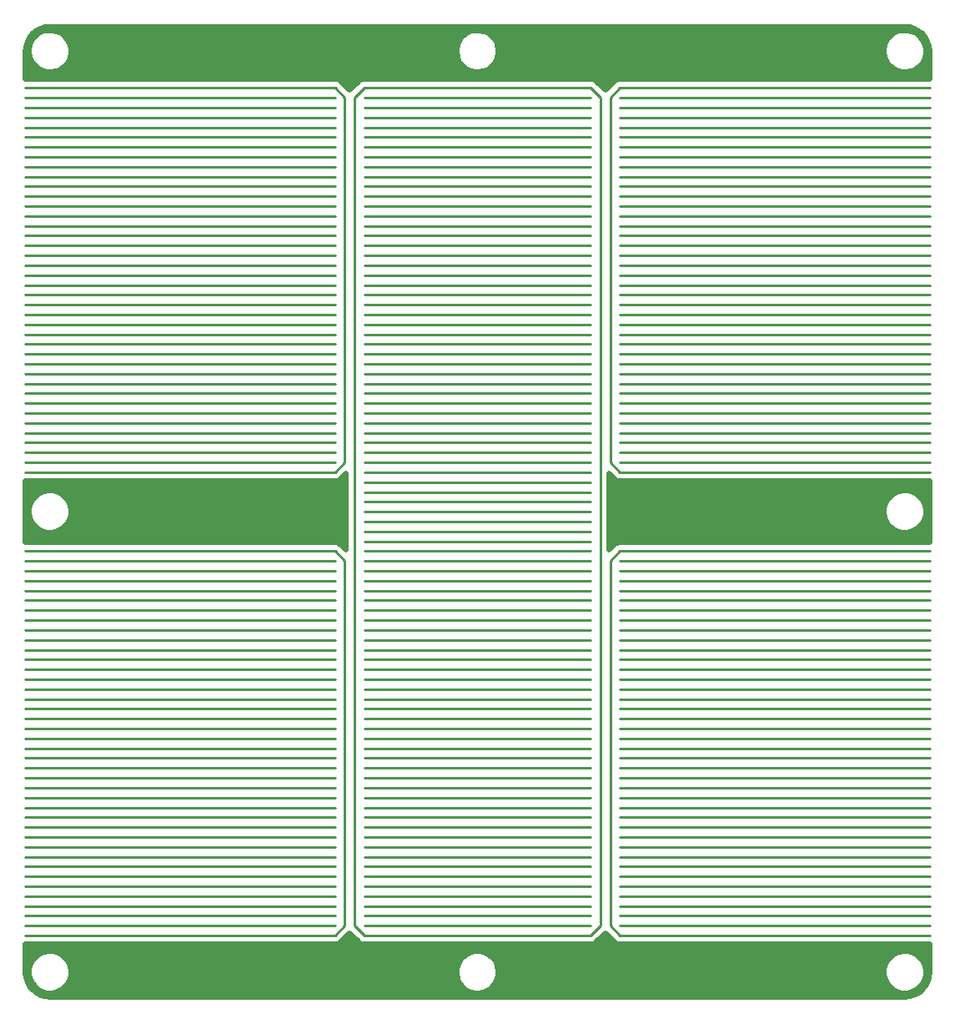
<source format=gbr>
G04 #@! TF.FileFunction,Copper,L2,Bot,Signal*
%FSLAX46Y46*%
G04 Gerber Fmt 4.6, Leading zero omitted, Abs format (unit mm)*
G04 Created by KiCad (PCBNEW 4.0.7) date Friday, July 13, 2018 'AMt' 10:56:13 AM*
%MOMM*%
%LPD*%
G01*
G04 APERTURE LIST*
%ADD10C,0.100000*%
%ADD11C,0.250000*%
%ADD12C,0.500000*%
G04 APERTURE END LIST*
D10*
D11*
X88530000Y-132000000D02*
X111470000Y-132000000D01*
X88530000Y-133000000D02*
X111470000Y-133000000D01*
X88530000Y-134000000D02*
X111470000Y-134000000D01*
X88530000Y-135000000D02*
X111470000Y-135000000D01*
X88530000Y-136000000D02*
X111470000Y-136000000D01*
X88530000Y-137000000D02*
X111470000Y-137000000D01*
X88530000Y-138000000D02*
X111470000Y-138000000D01*
X88530000Y-139000000D02*
X111470000Y-139000000D01*
X88530000Y-140000000D02*
X111470000Y-140000000D01*
X88530000Y-141000000D02*
X111470000Y-141000000D01*
X88530000Y-142000000D02*
X111470000Y-142000000D01*
X88530000Y-119000000D02*
X111470000Y-119000000D01*
X88530000Y-120000000D02*
X111470000Y-120000000D01*
X88530000Y-121000000D02*
X111470000Y-121000000D01*
X88530000Y-122000000D02*
X111470000Y-122000000D01*
X88530000Y-123000000D02*
X111470000Y-123000000D01*
X88530000Y-124000000D02*
X111470000Y-124000000D01*
X88530000Y-125000000D02*
X111470000Y-125000000D01*
X88530000Y-126000000D02*
X111470000Y-126000000D01*
X88530000Y-127000000D02*
X111470000Y-127000000D01*
X88530000Y-128000000D02*
X111470000Y-128000000D01*
X88530000Y-129000000D02*
X111470000Y-129000000D01*
X88530000Y-130000000D02*
X111470000Y-130000000D01*
X88530000Y-131000000D02*
X111470000Y-131000000D01*
X88520000Y-57000000D02*
X87520000Y-58000000D01*
X88530000Y-57000000D02*
X88520000Y-57000000D01*
X87520000Y-141990000D02*
X88530000Y-143000000D01*
X87520000Y-58000000D02*
X87520000Y-141990000D01*
X112470000Y-58000000D02*
X111470000Y-57000000D01*
X112470000Y-142000000D02*
X111470000Y-143000000D01*
X112470000Y-58000000D02*
X112470000Y-142000000D01*
X88530000Y-57000000D02*
X111470000Y-57000000D01*
X88530000Y-58000000D02*
X111470000Y-58000000D01*
X88530000Y-59000000D02*
X111470000Y-59000000D01*
X88530000Y-60000000D02*
X111470000Y-60000000D01*
X88530000Y-61000000D02*
X111470000Y-61000000D01*
X88530000Y-62000000D02*
X111470000Y-62000000D01*
X88530000Y-63000000D02*
X111470000Y-63000000D01*
X88530000Y-64000000D02*
X111470000Y-64000000D01*
X88530000Y-65000000D02*
X111470000Y-65000000D01*
X88530000Y-66000000D02*
X111470000Y-66000000D01*
X88530000Y-67000000D02*
X111470000Y-67000000D01*
X88530000Y-68000000D02*
X111470000Y-68000000D01*
X88530000Y-69000000D02*
X111470000Y-69000000D01*
X88530000Y-70000000D02*
X111470000Y-70000000D01*
X88530000Y-71000000D02*
X111470000Y-71000000D01*
X88530000Y-72000000D02*
X111470000Y-72000000D01*
X88530000Y-73000000D02*
X111470000Y-73000000D01*
X88530000Y-74000000D02*
X111470000Y-74000000D01*
X88530000Y-75000000D02*
X111470000Y-75000000D01*
X88530000Y-76000000D02*
X111470000Y-76000000D01*
X88530000Y-77000000D02*
X111470000Y-77000000D01*
X88530000Y-78000000D02*
X111470000Y-78000000D01*
X88530000Y-79000000D02*
X111470000Y-79000000D01*
X88530000Y-80000000D02*
X111470000Y-80000000D01*
X88530000Y-81000000D02*
X111470000Y-81000000D01*
X88530000Y-82000000D02*
X111470000Y-82000000D01*
X88530000Y-83000000D02*
X111470000Y-83000000D01*
X88530000Y-84000000D02*
X111470000Y-84000000D01*
X88530000Y-85000000D02*
X111470000Y-85000000D01*
X88530000Y-86000000D02*
X111470000Y-86000000D01*
X88530000Y-87000000D02*
X111470000Y-87000000D01*
X88530000Y-88000000D02*
X111470000Y-88000000D01*
X88530000Y-89000000D02*
X111470000Y-89000000D01*
X88530000Y-90000000D02*
X111470000Y-90000000D01*
X88530000Y-91000000D02*
X111470000Y-91000000D01*
X88530000Y-92000000D02*
X111470000Y-92000000D01*
X88530000Y-93000000D02*
X111470000Y-93000000D01*
X88530000Y-94000000D02*
X111470000Y-94000000D01*
X88530000Y-95000000D02*
X111470000Y-95000000D01*
X88530000Y-96000000D02*
X111470000Y-96000000D01*
X88530000Y-97000000D02*
X111470000Y-97000000D01*
X88530000Y-98000000D02*
X111470000Y-98000000D01*
X88530000Y-99000000D02*
X111470000Y-99000000D01*
X88530000Y-100000000D02*
X111470000Y-100000000D01*
X88530000Y-101000000D02*
X111470000Y-101000000D01*
X88530000Y-102000000D02*
X111470000Y-102000000D01*
X88530000Y-103000000D02*
X111470000Y-103000000D01*
X88530000Y-104000000D02*
X111470000Y-104000000D01*
X88530000Y-105000000D02*
X111470000Y-105000000D01*
X88530000Y-106000000D02*
X111470000Y-106000000D01*
X88530000Y-107000000D02*
X111470000Y-107000000D01*
X88530000Y-108000000D02*
X111470000Y-108000000D01*
X88530000Y-109000000D02*
X111470000Y-109000000D01*
X88530000Y-110000000D02*
X111470000Y-110000000D01*
X88530000Y-111000000D02*
X111470000Y-111000000D01*
X88530000Y-112000000D02*
X111470000Y-112000000D01*
X88530000Y-113000000D02*
X111470000Y-113000000D01*
X88530000Y-114000000D02*
X111470000Y-114000000D01*
X88530000Y-115000000D02*
X111470000Y-115000000D01*
X88530000Y-116000000D02*
X111470000Y-116000000D01*
X88530000Y-117000000D02*
X111470000Y-117000000D01*
X88530000Y-118000000D02*
X111470000Y-118000000D01*
X88530000Y-143000000D02*
X111470000Y-143000000D01*
X85530000Y-57000000D02*
X86530000Y-58000000D01*
X86530000Y-95000000D02*
X85530000Y-96000000D01*
X86530000Y-58000000D02*
X86530000Y-95000000D01*
X54090000Y-57000000D02*
X85530000Y-57000000D01*
X54090000Y-58000000D02*
X85530000Y-58000000D01*
X54090000Y-59000000D02*
X85530000Y-59000000D01*
X54090000Y-60000000D02*
X85530000Y-60000000D01*
X54090000Y-61000000D02*
X85530000Y-61000000D01*
X54090000Y-62000000D02*
X85530000Y-62000000D01*
X54090000Y-63000000D02*
X85530000Y-63000000D01*
X54090000Y-64000000D02*
X85530000Y-64000000D01*
X54090000Y-65000000D02*
X85530000Y-65000000D01*
X54090000Y-66000000D02*
X85530000Y-66000000D01*
X54090000Y-67000000D02*
X85530000Y-67000000D01*
X54090000Y-68000000D02*
X85530000Y-68000000D01*
X54090000Y-69000000D02*
X85530000Y-69000000D01*
X54090000Y-70000000D02*
X85530000Y-70000000D01*
X54090000Y-71000000D02*
X85530000Y-71000000D01*
X54090000Y-72000000D02*
X85530000Y-72000000D01*
X54090000Y-73000000D02*
X85530000Y-73000000D01*
X54090000Y-74000000D02*
X85530000Y-74000000D01*
X54090000Y-75000000D02*
X85530000Y-75000000D01*
X54090000Y-76000000D02*
X85530000Y-76000000D01*
X54090000Y-77000000D02*
X85530000Y-77000000D01*
X54090000Y-78000000D02*
X85530000Y-78000000D01*
X54090000Y-79000000D02*
X85530000Y-79000000D01*
X54090000Y-80000000D02*
X85530000Y-80000000D01*
X54090000Y-81000000D02*
X85530000Y-81000000D01*
X54090000Y-82000000D02*
X85530000Y-82000000D01*
X54090000Y-83000000D02*
X85530000Y-83000000D01*
X54090000Y-84000000D02*
X85530000Y-84000000D01*
X54090000Y-85000000D02*
X85530000Y-85000000D01*
X54090000Y-86000000D02*
X85530000Y-86000000D01*
X54090000Y-87000000D02*
X85530000Y-87000000D01*
X54090000Y-88000000D02*
X85530000Y-88000000D01*
X54090000Y-89000000D02*
X85530000Y-89000000D01*
X54090000Y-90000000D02*
X85530000Y-90000000D01*
X54090000Y-91000000D02*
X85530000Y-91000000D01*
X54090000Y-92000000D02*
X85530000Y-92000000D01*
X54090000Y-93000000D02*
X85530000Y-93000000D01*
X54090000Y-94000000D02*
X85530000Y-94000000D01*
X54090000Y-95000000D02*
X85530000Y-95000000D01*
X54090000Y-96000000D02*
X85530000Y-96000000D01*
X85530000Y-143000000D02*
X86530000Y-142000000D01*
X86530000Y-105000000D02*
X85530000Y-104000000D01*
X86530000Y-142000000D02*
X86530000Y-105000000D01*
X54090000Y-104000000D02*
X85530000Y-104000000D01*
X54090000Y-105000000D02*
X85530000Y-105000000D01*
X54090000Y-106000000D02*
X85530000Y-106000000D01*
X54090000Y-107000000D02*
X85530000Y-107000000D01*
X54090000Y-108000000D02*
X85530000Y-108000000D01*
X54090000Y-109000000D02*
X85530000Y-109000000D01*
X54090000Y-110000000D02*
X85530000Y-110000000D01*
X54090000Y-111000000D02*
X85530000Y-111000000D01*
X54090000Y-112000000D02*
X85530000Y-112000000D01*
X54090000Y-113000000D02*
X85530000Y-113000000D01*
X54090000Y-114000000D02*
X85530000Y-114000000D01*
X54090000Y-115000000D02*
X85530000Y-115000000D01*
X54090000Y-116000000D02*
X85530000Y-116000000D01*
X54090000Y-117000000D02*
X85530000Y-117000000D01*
X54090000Y-118000000D02*
X85530000Y-118000000D01*
X54090000Y-119000000D02*
X85530000Y-119000000D01*
X54090000Y-120000000D02*
X85530000Y-120000000D01*
X54090000Y-121000000D02*
X85530000Y-121000000D01*
X54090000Y-122000000D02*
X85530000Y-122000000D01*
X54090000Y-123000000D02*
X85530000Y-123000000D01*
X54090000Y-124000000D02*
X85530000Y-124000000D01*
X54090000Y-125000000D02*
X85530000Y-125000000D01*
X54090000Y-126000000D02*
X85530000Y-126000000D01*
X54090000Y-127000000D02*
X85530000Y-127000000D01*
X54090000Y-128000000D02*
X85530000Y-128000000D01*
X54090000Y-129000000D02*
X85530000Y-129000000D01*
X54090000Y-130000000D02*
X85530000Y-130000000D01*
X54090000Y-131000000D02*
X85530000Y-131000000D01*
X54090000Y-132000000D02*
X85530000Y-132000000D01*
X54090000Y-133000000D02*
X85530000Y-133000000D01*
X54090000Y-134000000D02*
X85530000Y-134000000D01*
X54090000Y-135000000D02*
X85530000Y-135000000D01*
X54090000Y-136000000D02*
X85530000Y-136000000D01*
X54090000Y-137000000D02*
X85530000Y-137000000D01*
X54090000Y-138000000D02*
X85530000Y-138000000D01*
X54090000Y-139000000D02*
X85530000Y-139000000D01*
X54090000Y-140000000D02*
X85530000Y-140000000D01*
X54090000Y-141000000D02*
X85530000Y-141000000D01*
X54090000Y-142000000D02*
X85530000Y-142000000D01*
X54090000Y-143000000D02*
X85530000Y-143000000D01*
X114470000Y-96000000D02*
X113470000Y-95000000D01*
X113470000Y-58000000D02*
X114470000Y-57000000D01*
X113470000Y-95000000D02*
X113470000Y-58000000D01*
X145910000Y-57000000D02*
X114470000Y-57000000D01*
X145910000Y-58000000D02*
X114470000Y-58000000D01*
X145910000Y-59000000D02*
X114470000Y-59000000D01*
X145910000Y-60000000D02*
X114470000Y-60000000D01*
X145910000Y-61000000D02*
X114470000Y-61000000D01*
X145910000Y-62000000D02*
X114470000Y-62000000D01*
X145910000Y-63000000D02*
X114470000Y-63000000D01*
X145910000Y-64000000D02*
X114470000Y-64000000D01*
X145910000Y-65000000D02*
X114470000Y-65000000D01*
X145910000Y-66000000D02*
X114470000Y-66000000D01*
X145910000Y-67000000D02*
X114470000Y-67000000D01*
X145910000Y-68000000D02*
X114470000Y-68000000D01*
X145910000Y-69000000D02*
X114470000Y-69000000D01*
X145910000Y-70000000D02*
X114470000Y-70000000D01*
X145910000Y-71000000D02*
X114470000Y-71000000D01*
X145910000Y-72000000D02*
X114470000Y-72000000D01*
X145910000Y-73000000D02*
X114470000Y-73000000D01*
X145910000Y-74000000D02*
X114470000Y-74000000D01*
X145910000Y-75000000D02*
X114470000Y-75000000D01*
X145910000Y-76000000D02*
X114470000Y-76000000D01*
X145910000Y-77000000D02*
X114470000Y-77000000D01*
X145910000Y-78000000D02*
X114470000Y-78000000D01*
X145910000Y-79000000D02*
X114470000Y-79000000D01*
X145910000Y-80000000D02*
X114470000Y-80000000D01*
X145910000Y-81000000D02*
X114470000Y-81000000D01*
X145910000Y-82000000D02*
X114470000Y-82000000D01*
X145910000Y-83000000D02*
X114470000Y-83000000D01*
X145910000Y-84000000D02*
X114470000Y-84000000D01*
X145910000Y-85000000D02*
X114470000Y-85000000D01*
X145910000Y-86000000D02*
X114470000Y-86000000D01*
X145910000Y-87000000D02*
X114470000Y-87000000D01*
X145910000Y-88000000D02*
X114470000Y-88000000D01*
X145910000Y-89000000D02*
X114470000Y-89000000D01*
X145910000Y-90000000D02*
X114470000Y-90000000D01*
X145910000Y-91000000D02*
X114470000Y-91000000D01*
X145910000Y-92000000D02*
X114470000Y-92000000D01*
X145910000Y-93000000D02*
X114470000Y-93000000D01*
X145910000Y-94000000D02*
X114470000Y-94000000D01*
X145910000Y-95000000D02*
X114470000Y-95000000D01*
X145910000Y-96000000D02*
X114470000Y-96000000D01*
X113470000Y-105000000D02*
X114470000Y-104000000D01*
X114470000Y-143000000D02*
X113470000Y-142000000D01*
X113470000Y-105000000D02*
X113470000Y-142000000D01*
X145910000Y-104000000D02*
X114470000Y-104000000D01*
X145910000Y-105000000D02*
X114470000Y-105000000D01*
X145910000Y-106000000D02*
X114470000Y-106000000D01*
X145910000Y-107000000D02*
X114470000Y-107000000D01*
X145910000Y-108000000D02*
X114470000Y-108000000D01*
X145910000Y-109000000D02*
X114470000Y-109000000D01*
X145910000Y-110000000D02*
X114470000Y-110000000D01*
X145910000Y-111000000D02*
X114470000Y-111000000D01*
X145910000Y-112000000D02*
X114470000Y-112000000D01*
X145910000Y-113000000D02*
X114470000Y-113000000D01*
X145910000Y-114000000D02*
X114470000Y-114000000D01*
X145910000Y-115000000D02*
X114470000Y-115000000D01*
X145910000Y-116000000D02*
X114470000Y-116000000D01*
X145910000Y-117000000D02*
X114470000Y-117000000D01*
X145910000Y-118000000D02*
X114470000Y-118000000D01*
X145910000Y-119000000D02*
X114470000Y-119000000D01*
X145910000Y-120000000D02*
X114470000Y-120000000D01*
X145910000Y-121000000D02*
X114470000Y-121000000D01*
X145910000Y-122000000D02*
X114470000Y-122000000D01*
X145910000Y-123000000D02*
X114470000Y-123000000D01*
X145910000Y-124000000D02*
X114470000Y-124000000D01*
X145910000Y-125000000D02*
X114470000Y-125000000D01*
X145910000Y-126000000D02*
X114470000Y-126000000D01*
X145910000Y-127000000D02*
X114470000Y-127000000D01*
X145910000Y-128000000D02*
X114470000Y-128000000D01*
X145910000Y-129000000D02*
X114470000Y-129000000D01*
X145910000Y-130000000D02*
X114470000Y-130000000D01*
X145910000Y-131000000D02*
X114470000Y-131000000D01*
X145910000Y-132000000D02*
X114470000Y-132000000D01*
X145910000Y-133000000D02*
X114470000Y-133000000D01*
X145910000Y-134000000D02*
X114470000Y-134000000D01*
X145910000Y-135000000D02*
X114470000Y-135000000D01*
X145910000Y-136000000D02*
X114470000Y-136000000D01*
X145910000Y-137000000D02*
X114470000Y-137000000D01*
X145910000Y-138000000D02*
X114470000Y-138000000D01*
X145910000Y-139000000D02*
X114470000Y-139000000D01*
X145910000Y-140000000D02*
X114470000Y-140000000D01*
X145910000Y-141000000D02*
X114470000Y-141000000D01*
X145910000Y-142000000D02*
X114470000Y-142000000D01*
X145910000Y-143000000D02*
X114470000Y-143000000D01*
D12*
G36*
X87911282Y-143618719D02*
X87973782Y-143670058D01*
X88035654Y-143721974D01*
X88039681Y-143724188D01*
X88043241Y-143727112D01*
X88114566Y-143765356D01*
X88185301Y-143804243D01*
X88189681Y-143805632D01*
X88193742Y-143807810D01*
X88271128Y-143831469D01*
X88348077Y-143855879D01*
X88352646Y-143856391D01*
X88357050Y-143857738D01*
X88437500Y-143865910D01*
X88517783Y-143874915D01*
X88526774Y-143874978D01*
X88526946Y-143874995D01*
X88527106Y-143874980D01*
X88530000Y-143875000D01*
X111470000Y-143875000D01*
X111550475Y-143867109D01*
X111630957Y-143860068D01*
X111635372Y-143858785D01*
X111639955Y-143858336D01*
X111717381Y-143834960D01*
X111794947Y-143812425D01*
X111799030Y-143810309D01*
X111803437Y-143808978D01*
X111874817Y-143771024D01*
X111946559Y-143733837D01*
X111950155Y-143730966D01*
X111954218Y-143728806D01*
X112016827Y-143677743D01*
X112080020Y-143627297D01*
X112086423Y-143620982D01*
X112086555Y-143620874D01*
X112086657Y-143620751D01*
X112088718Y-143618718D01*
X112957437Y-142750000D01*
X112982564Y-142750000D01*
X113851282Y-143618719D01*
X113913782Y-143670058D01*
X113975654Y-143721974D01*
X113979681Y-143724188D01*
X113983241Y-143727112D01*
X114054566Y-143765356D01*
X114125301Y-143804243D01*
X114129681Y-143805632D01*
X114133742Y-143807810D01*
X114211128Y-143831469D01*
X114288077Y-143855879D01*
X114292646Y-143856391D01*
X114297050Y-143857738D01*
X114377500Y-143865910D01*
X114457783Y-143874915D01*
X114466774Y-143874978D01*
X114466946Y-143874995D01*
X114467106Y-143874980D01*
X114470000Y-143875000D01*
X145910000Y-143875000D01*
X145915000Y-143874510D01*
X145915000Y-146683071D01*
X145863360Y-147209741D01*
X145721132Y-147680820D01*
X145490111Y-148115309D01*
X145179098Y-148496649D01*
X144799940Y-148810317D01*
X144367073Y-149044367D01*
X143896994Y-149189881D01*
X143372570Y-149245000D01*
X56646929Y-149245000D01*
X56120259Y-149193360D01*
X55649180Y-149051132D01*
X55214691Y-148820111D01*
X54833351Y-148509098D01*
X54519683Y-148129940D01*
X54285633Y-147697073D01*
X54140119Y-147226994D01*
X54105391Y-146896574D01*
X54507240Y-146896574D01*
X54581583Y-147301639D01*
X54733188Y-147684550D01*
X54956281Y-148030722D01*
X55242363Y-148326968D01*
X55580538Y-148562006D01*
X55957924Y-148726882D01*
X56360149Y-148815317D01*
X56771890Y-148823942D01*
X57177464Y-148752428D01*
X57561424Y-148603500D01*
X57909145Y-148382830D01*
X58207381Y-148098823D01*
X58444774Y-147762297D01*
X58612281Y-147386070D01*
X58703522Y-146984473D01*
X58704749Y-146896574D01*
X97897240Y-146896574D01*
X97971583Y-147301639D01*
X98123188Y-147684550D01*
X98346281Y-148030722D01*
X98632363Y-148326968D01*
X98970538Y-148562006D01*
X99347924Y-148726882D01*
X99750149Y-148815317D01*
X100161890Y-148823942D01*
X100567464Y-148752428D01*
X100951424Y-148603500D01*
X101299145Y-148382830D01*
X101597381Y-148098823D01*
X101834774Y-147762297D01*
X102002281Y-147386070D01*
X102093522Y-146984473D01*
X102094749Y-146896574D01*
X141287240Y-146896574D01*
X141361583Y-147301639D01*
X141513188Y-147684550D01*
X141736281Y-148030722D01*
X142022363Y-148326968D01*
X142360538Y-148562006D01*
X142737924Y-148726882D01*
X143140149Y-148815317D01*
X143551890Y-148823942D01*
X143957464Y-148752428D01*
X144341424Y-148603500D01*
X144689145Y-148382830D01*
X144987381Y-148098823D01*
X145224774Y-147762297D01*
X145392281Y-147386070D01*
X145483522Y-146984473D01*
X145490090Y-146514084D01*
X145410098Y-146110096D01*
X145253162Y-145729339D01*
X145025258Y-145386316D01*
X144735067Y-145094093D01*
X144393644Y-144863800D01*
X144013992Y-144704209D01*
X143610572Y-144621399D01*
X143198751Y-144618524D01*
X142794214Y-144695693D01*
X142412371Y-144849968D01*
X142067765Y-145075471D01*
X141773523Y-145363615D01*
X141540852Y-145703422D01*
X141378614Y-146081951D01*
X141292990Y-146484783D01*
X141287240Y-146896574D01*
X102094749Y-146896574D01*
X102100090Y-146514084D01*
X102020098Y-146110096D01*
X101863162Y-145729339D01*
X101635258Y-145386316D01*
X101345067Y-145094093D01*
X101003644Y-144863800D01*
X100623992Y-144704209D01*
X100220572Y-144621399D01*
X99808751Y-144618524D01*
X99404214Y-144695693D01*
X99022371Y-144849968D01*
X98677765Y-145075471D01*
X98383523Y-145363615D01*
X98150852Y-145703422D01*
X97988614Y-146081951D01*
X97902990Y-146484783D01*
X97897240Y-146896574D01*
X58704749Y-146896574D01*
X58710090Y-146514084D01*
X58630098Y-146110096D01*
X58473162Y-145729339D01*
X58245258Y-145386316D01*
X57955067Y-145094093D01*
X57613644Y-144863800D01*
X57233992Y-144704209D01*
X56830572Y-144621399D01*
X56418751Y-144618524D01*
X56014214Y-144695693D01*
X55632371Y-144849968D01*
X55287765Y-145075471D01*
X54993523Y-145363615D01*
X54760852Y-145703422D01*
X54598614Y-146081951D01*
X54512990Y-146484783D01*
X54507240Y-146896574D01*
X54105391Y-146896574D01*
X54085000Y-146702570D01*
X54085000Y-143874965D01*
X54090000Y-143875000D01*
X85530000Y-143875000D01*
X85610475Y-143867109D01*
X85690957Y-143860068D01*
X85695372Y-143858785D01*
X85699955Y-143858336D01*
X85777381Y-143834960D01*
X85854947Y-143812425D01*
X85859030Y-143810309D01*
X85863437Y-143808978D01*
X85934817Y-143771024D01*
X86006559Y-143733837D01*
X86010155Y-143730966D01*
X86014218Y-143728806D01*
X86076827Y-143677743D01*
X86140020Y-143627297D01*
X86146423Y-143620982D01*
X86146555Y-143620874D01*
X86146657Y-143620751D01*
X86148718Y-143618718D01*
X87017437Y-142750000D01*
X87042564Y-142750000D01*
X87911282Y-143618719D01*
X87911282Y-143618719D01*
G37*
X87911282Y-143618719D02*
X87973782Y-143670058D01*
X88035654Y-143721974D01*
X88039681Y-143724188D01*
X88043241Y-143727112D01*
X88114566Y-143765356D01*
X88185301Y-143804243D01*
X88189681Y-143805632D01*
X88193742Y-143807810D01*
X88271128Y-143831469D01*
X88348077Y-143855879D01*
X88352646Y-143856391D01*
X88357050Y-143857738D01*
X88437500Y-143865910D01*
X88517783Y-143874915D01*
X88526774Y-143874978D01*
X88526946Y-143874995D01*
X88527106Y-143874980D01*
X88530000Y-143875000D01*
X111470000Y-143875000D01*
X111550475Y-143867109D01*
X111630957Y-143860068D01*
X111635372Y-143858785D01*
X111639955Y-143858336D01*
X111717381Y-143834960D01*
X111794947Y-143812425D01*
X111799030Y-143810309D01*
X111803437Y-143808978D01*
X111874817Y-143771024D01*
X111946559Y-143733837D01*
X111950155Y-143730966D01*
X111954218Y-143728806D01*
X112016827Y-143677743D01*
X112080020Y-143627297D01*
X112086423Y-143620982D01*
X112086555Y-143620874D01*
X112086657Y-143620751D01*
X112088718Y-143618718D01*
X112957437Y-142750000D01*
X112982564Y-142750000D01*
X113851282Y-143618719D01*
X113913782Y-143670058D01*
X113975654Y-143721974D01*
X113979681Y-143724188D01*
X113983241Y-143727112D01*
X114054566Y-143765356D01*
X114125301Y-143804243D01*
X114129681Y-143805632D01*
X114133742Y-143807810D01*
X114211128Y-143831469D01*
X114288077Y-143855879D01*
X114292646Y-143856391D01*
X114297050Y-143857738D01*
X114377500Y-143865910D01*
X114457783Y-143874915D01*
X114466774Y-143874978D01*
X114466946Y-143874995D01*
X114467106Y-143874980D01*
X114470000Y-143875000D01*
X145910000Y-143875000D01*
X145915000Y-143874510D01*
X145915000Y-146683071D01*
X145863360Y-147209741D01*
X145721132Y-147680820D01*
X145490111Y-148115309D01*
X145179098Y-148496649D01*
X144799940Y-148810317D01*
X144367073Y-149044367D01*
X143896994Y-149189881D01*
X143372570Y-149245000D01*
X56646929Y-149245000D01*
X56120259Y-149193360D01*
X55649180Y-149051132D01*
X55214691Y-148820111D01*
X54833351Y-148509098D01*
X54519683Y-148129940D01*
X54285633Y-147697073D01*
X54140119Y-147226994D01*
X54105391Y-146896574D01*
X54507240Y-146896574D01*
X54581583Y-147301639D01*
X54733188Y-147684550D01*
X54956281Y-148030722D01*
X55242363Y-148326968D01*
X55580538Y-148562006D01*
X55957924Y-148726882D01*
X56360149Y-148815317D01*
X56771890Y-148823942D01*
X57177464Y-148752428D01*
X57561424Y-148603500D01*
X57909145Y-148382830D01*
X58207381Y-148098823D01*
X58444774Y-147762297D01*
X58612281Y-147386070D01*
X58703522Y-146984473D01*
X58704749Y-146896574D01*
X97897240Y-146896574D01*
X97971583Y-147301639D01*
X98123188Y-147684550D01*
X98346281Y-148030722D01*
X98632363Y-148326968D01*
X98970538Y-148562006D01*
X99347924Y-148726882D01*
X99750149Y-148815317D01*
X100161890Y-148823942D01*
X100567464Y-148752428D01*
X100951424Y-148603500D01*
X101299145Y-148382830D01*
X101597381Y-148098823D01*
X101834774Y-147762297D01*
X102002281Y-147386070D01*
X102093522Y-146984473D01*
X102094749Y-146896574D01*
X141287240Y-146896574D01*
X141361583Y-147301639D01*
X141513188Y-147684550D01*
X141736281Y-148030722D01*
X142022363Y-148326968D01*
X142360538Y-148562006D01*
X142737924Y-148726882D01*
X143140149Y-148815317D01*
X143551890Y-148823942D01*
X143957464Y-148752428D01*
X144341424Y-148603500D01*
X144689145Y-148382830D01*
X144987381Y-148098823D01*
X145224774Y-147762297D01*
X145392281Y-147386070D01*
X145483522Y-146984473D01*
X145490090Y-146514084D01*
X145410098Y-146110096D01*
X145253162Y-145729339D01*
X145025258Y-145386316D01*
X144735067Y-145094093D01*
X144393644Y-144863800D01*
X144013992Y-144704209D01*
X143610572Y-144621399D01*
X143198751Y-144618524D01*
X142794214Y-144695693D01*
X142412371Y-144849968D01*
X142067765Y-145075471D01*
X141773523Y-145363615D01*
X141540852Y-145703422D01*
X141378614Y-146081951D01*
X141292990Y-146484783D01*
X141287240Y-146896574D01*
X102094749Y-146896574D01*
X102100090Y-146514084D01*
X102020098Y-146110096D01*
X101863162Y-145729339D01*
X101635258Y-145386316D01*
X101345067Y-145094093D01*
X101003644Y-144863800D01*
X100623992Y-144704209D01*
X100220572Y-144621399D01*
X99808751Y-144618524D01*
X99404214Y-144695693D01*
X99022371Y-144849968D01*
X98677765Y-145075471D01*
X98383523Y-145363615D01*
X98150852Y-145703422D01*
X97988614Y-146081951D01*
X97902990Y-146484783D01*
X97897240Y-146896574D01*
X58704749Y-146896574D01*
X58710090Y-146514084D01*
X58630098Y-146110096D01*
X58473162Y-145729339D01*
X58245258Y-145386316D01*
X57955067Y-145094093D01*
X57613644Y-144863800D01*
X57233992Y-144704209D01*
X56830572Y-144621399D01*
X56418751Y-144618524D01*
X56014214Y-144695693D01*
X55632371Y-144849968D01*
X55287765Y-145075471D01*
X54993523Y-145363615D01*
X54760852Y-145703422D01*
X54598614Y-146081951D01*
X54512990Y-146484783D01*
X54507240Y-146896574D01*
X54105391Y-146896574D01*
X54085000Y-146702570D01*
X54085000Y-143874965D01*
X54090000Y-143875000D01*
X85530000Y-143875000D01*
X85610475Y-143867109D01*
X85690957Y-143860068D01*
X85695372Y-143858785D01*
X85699955Y-143858336D01*
X85777381Y-143834960D01*
X85854947Y-143812425D01*
X85859030Y-143810309D01*
X85863437Y-143808978D01*
X85934817Y-143771024D01*
X86006559Y-143733837D01*
X86010155Y-143730966D01*
X86014218Y-143728806D01*
X86076827Y-143677743D01*
X86140020Y-143627297D01*
X86146423Y-143620982D01*
X86146555Y-143620874D01*
X86146657Y-143620751D01*
X86148718Y-143618718D01*
X87017437Y-142750000D01*
X87042564Y-142750000D01*
X87911282Y-143618719D01*
G36*
X113851282Y-96618719D02*
X113913782Y-96670058D01*
X113975654Y-96721974D01*
X113979681Y-96724188D01*
X113983241Y-96727112D01*
X114054566Y-96765356D01*
X114125301Y-96804243D01*
X114129681Y-96805632D01*
X114133742Y-96807810D01*
X114211128Y-96831469D01*
X114288077Y-96855879D01*
X114292646Y-96856391D01*
X114297050Y-96857738D01*
X114377500Y-96865910D01*
X114457783Y-96874915D01*
X114466774Y-96874978D01*
X114466946Y-96874995D01*
X114467106Y-96874980D01*
X114470000Y-96875000D01*
X145910000Y-96875000D01*
X145915000Y-96874510D01*
X145915000Y-103125035D01*
X145910000Y-103125000D01*
X114470000Y-103125000D01*
X114389521Y-103132891D01*
X114309043Y-103139932D01*
X114304628Y-103141215D01*
X114300045Y-103141664D01*
X114222605Y-103165044D01*
X114145054Y-103187575D01*
X114140972Y-103189691D01*
X114136563Y-103191022D01*
X114065165Y-103228985D01*
X113993441Y-103266163D01*
X113989845Y-103269034D01*
X113985782Y-103271194D01*
X113923148Y-103322277D01*
X113859981Y-103372703D01*
X113853575Y-103379020D01*
X113853445Y-103379126D01*
X113853346Y-103379246D01*
X113851282Y-103381281D01*
X113345000Y-103887564D01*
X113345000Y-100176574D01*
X141287240Y-100176574D01*
X141361583Y-100581639D01*
X141513188Y-100964550D01*
X141736281Y-101310722D01*
X142022363Y-101606968D01*
X142360538Y-101842006D01*
X142737924Y-102006882D01*
X143140149Y-102095317D01*
X143551890Y-102103942D01*
X143957464Y-102032428D01*
X144341424Y-101883500D01*
X144689145Y-101662830D01*
X144987381Y-101378823D01*
X145224774Y-101042297D01*
X145392281Y-100666070D01*
X145483522Y-100264473D01*
X145490090Y-99794084D01*
X145410098Y-99390096D01*
X145253162Y-99009339D01*
X145025258Y-98666316D01*
X144735067Y-98374093D01*
X144393644Y-98143800D01*
X144013992Y-97984209D01*
X143610572Y-97901399D01*
X143198751Y-97898524D01*
X142794214Y-97975693D01*
X142412371Y-98129968D01*
X142067765Y-98355471D01*
X141773523Y-98643615D01*
X141540852Y-98983422D01*
X141378614Y-99361951D01*
X141292990Y-99764783D01*
X141287240Y-100176574D01*
X113345000Y-100176574D01*
X113345000Y-96112436D01*
X113851282Y-96618719D01*
X113851282Y-96618719D01*
G37*
X113851282Y-96618719D02*
X113913782Y-96670058D01*
X113975654Y-96721974D01*
X113979681Y-96724188D01*
X113983241Y-96727112D01*
X114054566Y-96765356D01*
X114125301Y-96804243D01*
X114129681Y-96805632D01*
X114133742Y-96807810D01*
X114211128Y-96831469D01*
X114288077Y-96855879D01*
X114292646Y-96856391D01*
X114297050Y-96857738D01*
X114377500Y-96865910D01*
X114457783Y-96874915D01*
X114466774Y-96874978D01*
X114466946Y-96874995D01*
X114467106Y-96874980D01*
X114470000Y-96875000D01*
X145910000Y-96875000D01*
X145915000Y-96874510D01*
X145915000Y-103125035D01*
X145910000Y-103125000D01*
X114470000Y-103125000D01*
X114389521Y-103132891D01*
X114309043Y-103139932D01*
X114304628Y-103141215D01*
X114300045Y-103141664D01*
X114222605Y-103165044D01*
X114145054Y-103187575D01*
X114140972Y-103189691D01*
X114136563Y-103191022D01*
X114065165Y-103228985D01*
X113993441Y-103266163D01*
X113989845Y-103269034D01*
X113985782Y-103271194D01*
X113923148Y-103322277D01*
X113859981Y-103372703D01*
X113853575Y-103379020D01*
X113853445Y-103379126D01*
X113853346Y-103379246D01*
X113851282Y-103381281D01*
X113345000Y-103887564D01*
X113345000Y-100176574D01*
X141287240Y-100176574D01*
X141361583Y-100581639D01*
X141513188Y-100964550D01*
X141736281Y-101310722D01*
X142022363Y-101606968D01*
X142360538Y-101842006D01*
X142737924Y-102006882D01*
X143140149Y-102095317D01*
X143551890Y-102103942D01*
X143957464Y-102032428D01*
X144341424Y-101883500D01*
X144689145Y-101662830D01*
X144987381Y-101378823D01*
X145224774Y-101042297D01*
X145392281Y-100666070D01*
X145483522Y-100264473D01*
X145490090Y-99794084D01*
X145410098Y-99390096D01*
X145253162Y-99009339D01*
X145025258Y-98666316D01*
X144735067Y-98374093D01*
X144393644Y-98143800D01*
X144013992Y-97984209D01*
X143610572Y-97901399D01*
X143198751Y-97898524D01*
X142794214Y-97975693D01*
X142412371Y-98129968D01*
X142067765Y-98355471D01*
X141773523Y-98643615D01*
X141540852Y-98983422D01*
X141378614Y-99361951D01*
X141292990Y-99764783D01*
X141287240Y-100176574D01*
X113345000Y-100176574D01*
X113345000Y-96112436D01*
X113851282Y-96618719D01*
G36*
X86645000Y-103877564D02*
X86148718Y-103381282D01*
X86086248Y-103329967D01*
X86024346Y-103278026D01*
X86020319Y-103275812D01*
X86016759Y-103272888D01*
X85945469Y-103234663D01*
X85874699Y-103195757D01*
X85870315Y-103194366D01*
X85866258Y-103192191D01*
X85788959Y-103168558D01*
X85711923Y-103144121D01*
X85707349Y-103143608D01*
X85702950Y-103142263D01*
X85622594Y-103134101D01*
X85542217Y-103125085D01*
X85533215Y-103125022D01*
X85533054Y-103125006D01*
X85532904Y-103125020D01*
X85530000Y-103125000D01*
X54090000Y-103125000D01*
X54085000Y-103125490D01*
X54085000Y-100176574D01*
X54507240Y-100176574D01*
X54581583Y-100581639D01*
X54733188Y-100964550D01*
X54956281Y-101310722D01*
X55242363Y-101606968D01*
X55580538Y-101842006D01*
X55957924Y-102006882D01*
X56360149Y-102095317D01*
X56771890Y-102103942D01*
X57177464Y-102032428D01*
X57561424Y-101883500D01*
X57909145Y-101662830D01*
X58207381Y-101378823D01*
X58444774Y-101042297D01*
X58612281Y-100666070D01*
X58703522Y-100264473D01*
X58710090Y-99794084D01*
X58630098Y-99390096D01*
X58473162Y-99009339D01*
X58245258Y-98666316D01*
X57955067Y-98374093D01*
X57613644Y-98143800D01*
X57233992Y-97984209D01*
X56830572Y-97901399D01*
X56418751Y-97898524D01*
X56014214Y-97975693D01*
X55632371Y-98129968D01*
X55287765Y-98355471D01*
X54993523Y-98643615D01*
X54760852Y-98983422D01*
X54598614Y-99361951D01*
X54512990Y-99764783D01*
X54507240Y-100176574D01*
X54085000Y-100176574D01*
X54085000Y-96874965D01*
X54090000Y-96875000D01*
X85530000Y-96875000D01*
X85610475Y-96867109D01*
X85690957Y-96860068D01*
X85695372Y-96858785D01*
X85699955Y-96858336D01*
X85777381Y-96834960D01*
X85854947Y-96812425D01*
X85859030Y-96810309D01*
X85863437Y-96808978D01*
X85934817Y-96771024D01*
X86006559Y-96733837D01*
X86010155Y-96730966D01*
X86014218Y-96728806D01*
X86076827Y-96677743D01*
X86140020Y-96627297D01*
X86146423Y-96620982D01*
X86146555Y-96620874D01*
X86146657Y-96620751D01*
X86148718Y-96618718D01*
X86645000Y-96122436D01*
X86645000Y-103877564D01*
X86645000Y-103877564D01*
G37*
X86645000Y-103877564D02*
X86148718Y-103381282D01*
X86086248Y-103329967D01*
X86024346Y-103278026D01*
X86020319Y-103275812D01*
X86016759Y-103272888D01*
X85945469Y-103234663D01*
X85874699Y-103195757D01*
X85870315Y-103194366D01*
X85866258Y-103192191D01*
X85788959Y-103168558D01*
X85711923Y-103144121D01*
X85707349Y-103143608D01*
X85702950Y-103142263D01*
X85622594Y-103134101D01*
X85542217Y-103125085D01*
X85533215Y-103125022D01*
X85533054Y-103125006D01*
X85532904Y-103125020D01*
X85530000Y-103125000D01*
X54090000Y-103125000D01*
X54085000Y-103125490D01*
X54085000Y-100176574D01*
X54507240Y-100176574D01*
X54581583Y-100581639D01*
X54733188Y-100964550D01*
X54956281Y-101310722D01*
X55242363Y-101606968D01*
X55580538Y-101842006D01*
X55957924Y-102006882D01*
X56360149Y-102095317D01*
X56771890Y-102103942D01*
X57177464Y-102032428D01*
X57561424Y-101883500D01*
X57909145Y-101662830D01*
X58207381Y-101378823D01*
X58444774Y-101042297D01*
X58612281Y-100666070D01*
X58703522Y-100264473D01*
X58710090Y-99794084D01*
X58630098Y-99390096D01*
X58473162Y-99009339D01*
X58245258Y-98666316D01*
X57955067Y-98374093D01*
X57613644Y-98143800D01*
X57233992Y-97984209D01*
X56830572Y-97901399D01*
X56418751Y-97898524D01*
X56014214Y-97975693D01*
X55632371Y-98129968D01*
X55287765Y-98355471D01*
X54993523Y-98643615D01*
X54760852Y-98983422D01*
X54598614Y-99361951D01*
X54512990Y-99764783D01*
X54507240Y-100176574D01*
X54085000Y-100176574D01*
X54085000Y-96874965D01*
X54090000Y-96875000D01*
X85530000Y-96875000D01*
X85610475Y-96867109D01*
X85690957Y-96860068D01*
X85695372Y-96858785D01*
X85699955Y-96858336D01*
X85777381Y-96834960D01*
X85854947Y-96812425D01*
X85859030Y-96810309D01*
X85863437Y-96808978D01*
X85934817Y-96771024D01*
X86006559Y-96733837D01*
X86010155Y-96730966D01*
X86014218Y-96728806D01*
X86076827Y-96677743D01*
X86140020Y-96627297D01*
X86146423Y-96620982D01*
X86146555Y-96620874D01*
X86146657Y-96620751D01*
X86148718Y-96618718D01*
X86645000Y-96122436D01*
X86645000Y-103877564D01*
G36*
X143879741Y-50806640D02*
X144350824Y-50948869D01*
X144785309Y-51179888D01*
X145166651Y-51490904D01*
X145480318Y-51870062D01*
X145714367Y-52302927D01*
X145859881Y-52773006D01*
X145915000Y-53297430D01*
X145915000Y-56125035D01*
X145910000Y-56125000D01*
X114470000Y-56125000D01*
X114389521Y-56132891D01*
X114309043Y-56139932D01*
X114304628Y-56141215D01*
X114300045Y-56141664D01*
X114222605Y-56165044D01*
X114145054Y-56187575D01*
X114140972Y-56189691D01*
X114136563Y-56191022D01*
X114065165Y-56228985D01*
X113993441Y-56266163D01*
X113989845Y-56269034D01*
X113985782Y-56271194D01*
X113923148Y-56322277D01*
X113859981Y-56372703D01*
X113853575Y-56379020D01*
X113853445Y-56379126D01*
X113853346Y-56379246D01*
X113851282Y-56381281D01*
X112970000Y-57262564D01*
X112088718Y-56381282D01*
X112026248Y-56329967D01*
X111964346Y-56278026D01*
X111960319Y-56275812D01*
X111956759Y-56272888D01*
X111885469Y-56234663D01*
X111814699Y-56195757D01*
X111810315Y-56194366D01*
X111806258Y-56192191D01*
X111728959Y-56168558D01*
X111651923Y-56144121D01*
X111647349Y-56143608D01*
X111642950Y-56142263D01*
X111562594Y-56134101D01*
X111482217Y-56125085D01*
X111473215Y-56125022D01*
X111473054Y-56125006D01*
X111472904Y-56125020D01*
X111470000Y-56125000D01*
X88520000Y-56125000D01*
X88439521Y-56132891D01*
X88359043Y-56139932D01*
X88354628Y-56141215D01*
X88350045Y-56141664D01*
X88272605Y-56165044D01*
X88195054Y-56187575D01*
X88190972Y-56189691D01*
X88186563Y-56191022D01*
X88115165Y-56228985D01*
X88043441Y-56266163D01*
X88039845Y-56269034D01*
X88035782Y-56271194D01*
X87973148Y-56322277D01*
X87909981Y-56372703D01*
X87903575Y-56379020D01*
X87903445Y-56379126D01*
X87903346Y-56379246D01*
X87901282Y-56381281D01*
X87025000Y-57257564D01*
X86148718Y-56381282D01*
X86086248Y-56329967D01*
X86024346Y-56278026D01*
X86020319Y-56275812D01*
X86016759Y-56272888D01*
X85945469Y-56234663D01*
X85874699Y-56195757D01*
X85870315Y-56194366D01*
X85866258Y-56192191D01*
X85788959Y-56168558D01*
X85711923Y-56144121D01*
X85707349Y-56143608D01*
X85702950Y-56142263D01*
X85622594Y-56134101D01*
X85542217Y-56125085D01*
X85533215Y-56125022D01*
X85533054Y-56125006D01*
X85532904Y-56125020D01*
X85530000Y-56125000D01*
X54090000Y-56125000D01*
X54085000Y-56125490D01*
X54085000Y-53456574D01*
X54507240Y-53456574D01*
X54581583Y-53861639D01*
X54733188Y-54244550D01*
X54956281Y-54590722D01*
X55242363Y-54886968D01*
X55580538Y-55122006D01*
X55957924Y-55286882D01*
X56360149Y-55375317D01*
X56771890Y-55383942D01*
X57177464Y-55312428D01*
X57561424Y-55163500D01*
X57909145Y-54942830D01*
X58207381Y-54658823D01*
X58444774Y-54322297D01*
X58612281Y-53946070D01*
X58703522Y-53544473D01*
X58704749Y-53456574D01*
X97897240Y-53456574D01*
X97971583Y-53861639D01*
X98123188Y-54244550D01*
X98346281Y-54590722D01*
X98632363Y-54886968D01*
X98970538Y-55122006D01*
X99347924Y-55286882D01*
X99750149Y-55375317D01*
X100161890Y-55383942D01*
X100567464Y-55312428D01*
X100951424Y-55163500D01*
X101299145Y-54942830D01*
X101597381Y-54658823D01*
X101834774Y-54322297D01*
X102002281Y-53946070D01*
X102093522Y-53544473D01*
X102094749Y-53456574D01*
X141287240Y-53456574D01*
X141361583Y-53861639D01*
X141513188Y-54244550D01*
X141736281Y-54590722D01*
X142022363Y-54886968D01*
X142360538Y-55122006D01*
X142737924Y-55286882D01*
X143140149Y-55375317D01*
X143551890Y-55383942D01*
X143957464Y-55312428D01*
X144341424Y-55163500D01*
X144689145Y-54942830D01*
X144987381Y-54658823D01*
X145224774Y-54322297D01*
X145392281Y-53946070D01*
X145483522Y-53544473D01*
X145490090Y-53074084D01*
X145410098Y-52670096D01*
X145253162Y-52289339D01*
X145025258Y-51946316D01*
X144735067Y-51654093D01*
X144393644Y-51423800D01*
X144013992Y-51264209D01*
X143610572Y-51181399D01*
X143198751Y-51178524D01*
X142794214Y-51255693D01*
X142412371Y-51409968D01*
X142067765Y-51635471D01*
X141773523Y-51923615D01*
X141540852Y-52263422D01*
X141378614Y-52641951D01*
X141292990Y-53044783D01*
X141287240Y-53456574D01*
X102094749Y-53456574D01*
X102100090Y-53074084D01*
X102020098Y-52670096D01*
X101863162Y-52289339D01*
X101635258Y-51946316D01*
X101345067Y-51654093D01*
X101003644Y-51423800D01*
X100623992Y-51264209D01*
X100220572Y-51181399D01*
X99808751Y-51178524D01*
X99404214Y-51255693D01*
X99022371Y-51409968D01*
X98677765Y-51635471D01*
X98383523Y-51923615D01*
X98150852Y-52263422D01*
X97988614Y-52641951D01*
X97902990Y-53044783D01*
X97897240Y-53456574D01*
X58704749Y-53456574D01*
X58710090Y-53074084D01*
X58630098Y-52670096D01*
X58473162Y-52289339D01*
X58245258Y-51946316D01*
X57955067Y-51654093D01*
X57613644Y-51423800D01*
X57233992Y-51264209D01*
X56830572Y-51181399D01*
X56418751Y-51178524D01*
X56014214Y-51255693D01*
X55632371Y-51409968D01*
X55287765Y-51635471D01*
X54993523Y-51923615D01*
X54760852Y-52263422D01*
X54598614Y-52641951D01*
X54512990Y-53044783D01*
X54507240Y-53456574D01*
X54085000Y-53456574D01*
X54085000Y-53316929D01*
X54136640Y-52790259D01*
X54278869Y-52319176D01*
X54509888Y-51884691D01*
X54820904Y-51503349D01*
X55200062Y-51189682D01*
X55632927Y-50955633D01*
X56103006Y-50810119D01*
X56627430Y-50755000D01*
X143353071Y-50755000D01*
X143879741Y-50806640D01*
X143879741Y-50806640D01*
G37*
X143879741Y-50806640D02*
X144350824Y-50948869D01*
X144785309Y-51179888D01*
X145166651Y-51490904D01*
X145480318Y-51870062D01*
X145714367Y-52302927D01*
X145859881Y-52773006D01*
X145915000Y-53297430D01*
X145915000Y-56125035D01*
X145910000Y-56125000D01*
X114470000Y-56125000D01*
X114389521Y-56132891D01*
X114309043Y-56139932D01*
X114304628Y-56141215D01*
X114300045Y-56141664D01*
X114222605Y-56165044D01*
X114145054Y-56187575D01*
X114140972Y-56189691D01*
X114136563Y-56191022D01*
X114065165Y-56228985D01*
X113993441Y-56266163D01*
X113989845Y-56269034D01*
X113985782Y-56271194D01*
X113923148Y-56322277D01*
X113859981Y-56372703D01*
X113853575Y-56379020D01*
X113853445Y-56379126D01*
X113853346Y-56379246D01*
X113851282Y-56381281D01*
X112970000Y-57262564D01*
X112088718Y-56381282D01*
X112026248Y-56329967D01*
X111964346Y-56278026D01*
X111960319Y-56275812D01*
X111956759Y-56272888D01*
X111885469Y-56234663D01*
X111814699Y-56195757D01*
X111810315Y-56194366D01*
X111806258Y-56192191D01*
X111728959Y-56168558D01*
X111651923Y-56144121D01*
X111647349Y-56143608D01*
X111642950Y-56142263D01*
X111562594Y-56134101D01*
X111482217Y-56125085D01*
X111473215Y-56125022D01*
X111473054Y-56125006D01*
X111472904Y-56125020D01*
X111470000Y-56125000D01*
X88520000Y-56125000D01*
X88439521Y-56132891D01*
X88359043Y-56139932D01*
X88354628Y-56141215D01*
X88350045Y-56141664D01*
X88272605Y-56165044D01*
X88195054Y-56187575D01*
X88190972Y-56189691D01*
X88186563Y-56191022D01*
X88115165Y-56228985D01*
X88043441Y-56266163D01*
X88039845Y-56269034D01*
X88035782Y-56271194D01*
X87973148Y-56322277D01*
X87909981Y-56372703D01*
X87903575Y-56379020D01*
X87903445Y-56379126D01*
X87903346Y-56379246D01*
X87901282Y-56381281D01*
X87025000Y-57257564D01*
X86148718Y-56381282D01*
X86086248Y-56329967D01*
X86024346Y-56278026D01*
X86020319Y-56275812D01*
X86016759Y-56272888D01*
X85945469Y-56234663D01*
X85874699Y-56195757D01*
X85870315Y-56194366D01*
X85866258Y-56192191D01*
X85788959Y-56168558D01*
X85711923Y-56144121D01*
X85707349Y-56143608D01*
X85702950Y-56142263D01*
X85622594Y-56134101D01*
X85542217Y-56125085D01*
X85533215Y-56125022D01*
X85533054Y-56125006D01*
X85532904Y-56125020D01*
X85530000Y-56125000D01*
X54090000Y-56125000D01*
X54085000Y-56125490D01*
X54085000Y-53456574D01*
X54507240Y-53456574D01*
X54581583Y-53861639D01*
X54733188Y-54244550D01*
X54956281Y-54590722D01*
X55242363Y-54886968D01*
X55580538Y-55122006D01*
X55957924Y-55286882D01*
X56360149Y-55375317D01*
X56771890Y-55383942D01*
X57177464Y-55312428D01*
X57561424Y-55163500D01*
X57909145Y-54942830D01*
X58207381Y-54658823D01*
X58444774Y-54322297D01*
X58612281Y-53946070D01*
X58703522Y-53544473D01*
X58704749Y-53456574D01*
X97897240Y-53456574D01*
X97971583Y-53861639D01*
X98123188Y-54244550D01*
X98346281Y-54590722D01*
X98632363Y-54886968D01*
X98970538Y-55122006D01*
X99347924Y-55286882D01*
X99750149Y-55375317D01*
X100161890Y-55383942D01*
X100567464Y-55312428D01*
X100951424Y-55163500D01*
X101299145Y-54942830D01*
X101597381Y-54658823D01*
X101834774Y-54322297D01*
X102002281Y-53946070D01*
X102093522Y-53544473D01*
X102094749Y-53456574D01*
X141287240Y-53456574D01*
X141361583Y-53861639D01*
X141513188Y-54244550D01*
X141736281Y-54590722D01*
X142022363Y-54886968D01*
X142360538Y-55122006D01*
X142737924Y-55286882D01*
X143140149Y-55375317D01*
X143551890Y-55383942D01*
X143957464Y-55312428D01*
X144341424Y-55163500D01*
X144689145Y-54942830D01*
X144987381Y-54658823D01*
X145224774Y-54322297D01*
X145392281Y-53946070D01*
X145483522Y-53544473D01*
X145490090Y-53074084D01*
X145410098Y-52670096D01*
X145253162Y-52289339D01*
X145025258Y-51946316D01*
X144735067Y-51654093D01*
X144393644Y-51423800D01*
X144013992Y-51264209D01*
X143610572Y-51181399D01*
X143198751Y-51178524D01*
X142794214Y-51255693D01*
X142412371Y-51409968D01*
X142067765Y-51635471D01*
X141773523Y-51923615D01*
X141540852Y-52263422D01*
X141378614Y-52641951D01*
X141292990Y-53044783D01*
X141287240Y-53456574D01*
X102094749Y-53456574D01*
X102100090Y-53074084D01*
X102020098Y-52670096D01*
X101863162Y-52289339D01*
X101635258Y-51946316D01*
X101345067Y-51654093D01*
X101003644Y-51423800D01*
X100623992Y-51264209D01*
X100220572Y-51181399D01*
X99808751Y-51178524D01*
X99404214Y-51255693D01*
X99022371Y-51409968D01*
X98677765Y-51635471D01*
X98383523Y-51923615D01*
X98150852Y-52263422D01*
X97988614Y-52641951D01*
X97902990Y-53044783D01*
X97897240Y-53456574D01*
X58704749Y-53456574D01*
X58710090Y-53074084D01*
X58630098Y-52670096D01*
X58473162Y-52289339D01*
X58245258Y-51946316D01*
X57955067Y-51654093D01*
X57613644Y-51423800D01*
X57233992Y-51264209D01*
X56830572Y-51181399D01*
X56418751Y-51178524D01*
X56014214Y-51255693D01*
X55632371Y-51409968D01*
X55287765Y-51635471D01*
X54993523Y-51923615D01*
X54760852Y-52263422D01*
X54598614Y-52641951D01*
X54512990Y-53044783D01*
X54507240Y-53456574D01*
X54085000Y-53456574D01*
X54085000Y-53316929D01*
X54136640Y-52790259D01*
X54278869Y-52319176D01*
X54509888Y-51884691D01*
X54820904Y-51503349D01*
X55200062Y-51189682D01*
X55632927Y-50955633D01*
X56103006Y-50810119D01*
X56627430Y-50755000D01*
X143353071Y-50755000D01*
X143879741Y-50806640D01*
M02*

</source>
